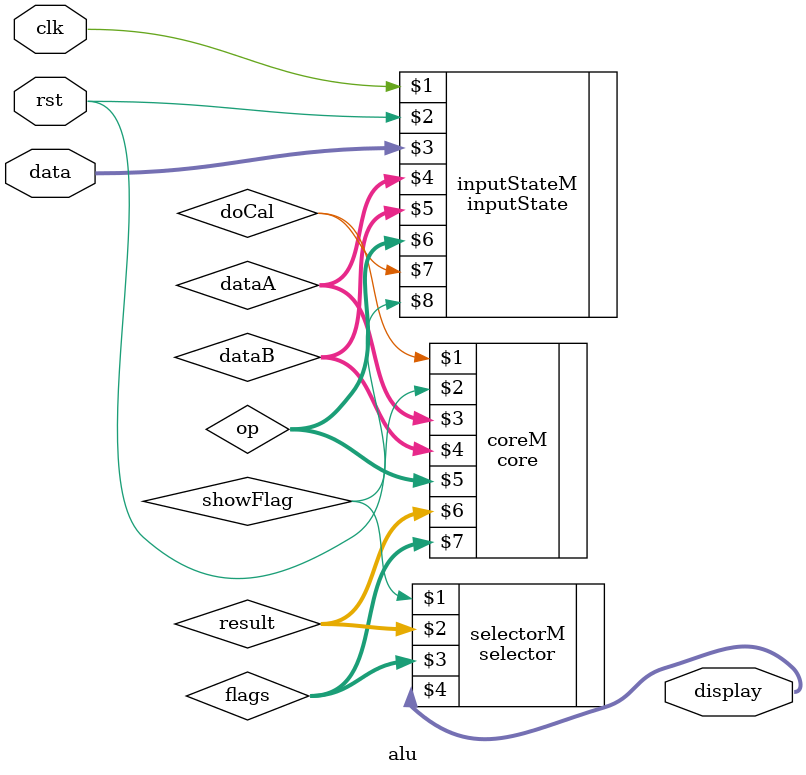
<source format=v>
module alu(
  input clk,
  input rst,
  input [15:0] data,
  output [15:0] display
);

wire [15:0] dataA, dataB;
wire [15:0] result, flags;
wire [3:0] op;
wire doCal, showFlag;

inputState inputStateM (
  clk,
  rst,
  data,
  dataA,
  dataB,
  op,
  doCal,
  showFlag
);

core coreM (
  doCal,
  rst,
  dataA,
  dataB,
  op,
  result,
  flags
);

selector selectorM (
  showFlag,
  result,
  flags,
  display
);

endmodule

</source>
